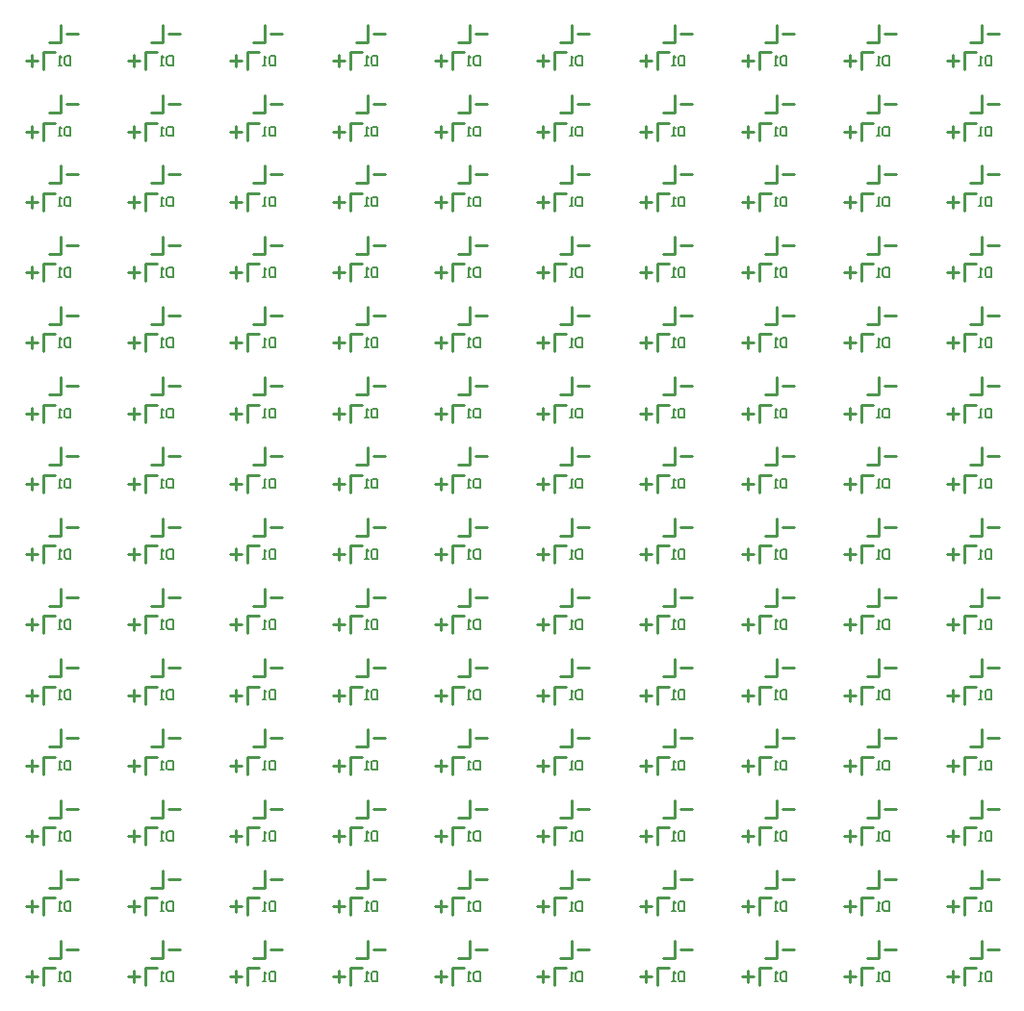
<source format=gbo>
%FSLAX25Y25*%
%MOIN*%
G70*
G01*
G75*
G04 Layer_Color=16776960*
%ADD10R,0.05118X0.12992*%
%ADD11R,0.01969X0.12992*%
%ADD12C,0.02000*%
%ADD13R,0.05000X0.15000*%
%ADD14O,0.03937X0.05906*%
%ADD15C,0.00600*%
%ADD16R,0.04717X0.12591*%
%ADD17R,0.01567X0.12591*%
%ADD18R,0.05518X0.13392*%
%ADD19R,0.02369X0.13392*%
%ADD20O,0.04337X0.06306*%
%ADD21C,0.01000*%
D15*
X25000Y10376D02*
Y7177D01*
X23401D01*
X22867Y7710D01*
Y9843D01*
X23401Y10376D01*
X25000D01*
X21801Y7177D02*
X20735D01*
X21268D01*
Y10376D01*
X21801Y9843D01*
X60433Y10376D02*
Y7177D01*
X58834D01*
X58300Y7710D01*
Y9843D01*
X58834Y10376D01*
X60433D01*
X57234Y7177D02*
X56168D01*
X56701D01*
Y10376D01*
X57234Y9843D01*
X95866Y10376D02*
Y7177D01*
X94267D01*
X93734Y7710D01*
Y9843D01*
X94267Y10376D01*
X95866D01*
X92667Y7177D02*
X91601D01*
X92134D01*
Y10376D01*
X92667Y9843D01*
X131299Y10376D02*
Y7177D01*
X129700D01*
X129167Y7710D01*
Y9843D01*
X129700Y10376D01*
X131299D01*
X128100Y7177D02*
X127034D01*
X127567D01*
Y10376D01*
X128100Y9843D01*
X166732Y10376D02*
Y7177D01*
X165133D01*
X164600Y7710D01*
Y9843D01*
X165133Y10376D01*
X166732D01*
X163533Y7177D02*
X162467D01*
X163000D01*
Y10376D01*
X163533Y9843D01*
X202165Y10376D02*
Y7177D01*
X200566D01*
X200033Y7710D01*
Y9843D01*
X200566Y10376D01*
X202165D01*
X198966Y7177D02*
X197900D01*
X198433D01*
Y10376D01*
X198966Y9843D01*
X237598Y10376D02*
Y7177D01*
X235999D01*
X235466Y7710D01*
Y9843D01*
X235999Y10376D01*
X237598D01*
X234399Y7177D02*
X233333D01*
X233866D01*
Y10376D01*
X234399Y9843D01*
X273031Y10376D02*
Y7177D01*
X271432D01*
X270899Y7710D01*
Y9843D01*
X271432Y10376D01*
X273031D01*
X269832Y7177D02*
X268766D01*
X269299D01*
Y10376D01*
X269832Y9843D01*
X308465Y10376D02*
Y7177D01*
X306865D01*
X306332Y7710D01*
Y9843D01*
X306865Y10376D01*
X308465D01*
X305266Y7177D02*
X304199D01*
X304732D01*
Y10376D01*
X305266Y9843D01*
X343898Y10376D02*
Y7177D01*
X342298D01*
X341765Y7710D01*
Y9843D01*
X342298Y10376D01*
X343898D01*
X340699Y7177D02*
X339632D01*
X340165D01*
Y10376D01*
X340699Y9843D01*
X25000Y34786D02*
Y31587D01*
X23401D01*
X22867Y32120D01*
Y34252D01*
X23401Y34786D01*
X25000D01*
X21801Y31587D02*
X20735D01*
X21268D01*
Y34786D01*
X21801Y34252D01*
X60433Y34786D02*
Y31587D01*
X58834D01*
X58300Y32120D01*
Y34252D01*
X58834Y34786D01*
X60433D01*
X57234Y31587D02*
X56168D01*
X56701D01*
Y34786D01*
X57234Y34252D01*
X95866Y34786D02*
Y31587D01*
X94267D01*
X93734Y32120D01*
Y34252D01*
X94267Y34786D01*
X95866D01*
X92667Y31587D02*
X91601D01*
X92134D01*
Y34786D01*
X92667Y34252D01*
X131299Y34786D02*
Y31587D01*
X129700D01*
X129167Y32120D01*
Y34252D01*
X129700Y34786D01*
X131299D01*
X128100Y31587D02*
X127034D01*
X127567D01*
Y34786D01*
X128100Y34252D01*
X166732Y34786D02*
Y31587D01*
X165133D01*
X164600Y32120D01*
Y34252D01*
X165133Y34786D01*
X166732D01*
X163533Y31587D02*
X162467D01*
X163000D01*
Y34786D01*
X163533Y34252D01*
X202165Y34786D02*
Y31587D01*
X200566D01*
X200033Y32120D01*
Y34252D01*
X200566Y34786D01*
X202165D01*
X198966Y31587D02*
X197900D01*
X198433D01*
Y34786D01*
X198966Y34252D01*
X237598Y34786D02*
Y31587D01*
X235999D01*
X235466Y32120D01*
Y34252D01*
X235999Y34786D01*
X237598D01*
X234399Y31587D02*
X233333D01*
X233866D01*
Y34786D01*
X234399Y34252D01*
X273031Y34786D02*
Y31587D01*
X271432D01*
X270899Y32120D01*
Y34252D01*
X271432Y34786D01*
X273031D01*
X269832Y31587D02*
X268766D01*
X269299D01*
Y34786D01*
X269832Y34252D01*
X308465Y34786D02*
Y31587D01*
X306865D01*
X306332Y32120D01*
Y34252D01*
X306865Y34786D01*
X308465D01*
X305266Y31587D02*
X304199D01*
X304732D01*
Y34786D01*
X305266Y34252D01*
X343898Y34786D02*
Y31587D01*
X342298D01*
X341765Y32120D01*
Y34252D01*
X342298Y34786D01*
X343898D01*
X340699Y31587D02*
X339632D01*
X340165D01*
Y34786D01*
X340699Y34252D01*
X25000Y59195D02*
Y55996D01*
X23401D01*
X22867Y56529D01*
Y58662D01*
X23401Y59195D01*
X25000D01*
X21801Y55996D02*
X20735D01*
X21268D01*
Y59195D01*
X21801Y58662D01*
X60433Y59195D02*
Y55996D01*
X58834D01*
X58300Y56529D01*
Y58662D01*
X58834Y59195D01*
X60433D01*
X57234Y55996D02*
X56168D01*
X56701D01*
Y59195D01*
X57234Y58662D01*
X95866Y59195D02*
Y55996D01*
X94267D01*
X93734Y56529D01*
Y58662D01*
X94267Y59195D01*
X95866D01*
X92667Y55996D02*
X91601D01*
X92134D01*
Y59195D01*
X92667Y58662D01*
X131299Y59195D02*
Y55996D01*
X129700D01*
X129167Y56529D01*
Y58662D01*
X129700Y59195D01*
X131299D01*
X128100Y55996D02*
X127034D01*
X127567D01*
Y59195D01*
X128100Y58662D01*
X166732Y59195D02*
Y55996D01*
X165133D01*
X164600Y56529D01*
Y58662D01*
X165133Y59195D01*
X166732D01*
X163533Y55996D02*
X162467D01*
X163000D01*
Y59195D01*
X163533Y58662D01*
X202165Y59195D02*
Y55996D01*
X200566D01*
X200033Y56529D01*
Y58662D01*
X200566Y59195D01*
X202165D01*
X198966Y55996D02*
X197900D01*
X198433D01*
Y59195D01*
X198966Y58662D01*
X237598Y59195D02*
Y55996D01*
X235999D01*
X235466Y56529D01*
Y58662D01*
X235999Y59195D01*
X237598D01*
X234399Y55996D02*
X233333D01*
X233866D01*
Y59195D01*
X234399Y58662D01*
X273031Y59195D02*
Y55996D01*
X271432D01*
X270899Y56529D01*
Y58662D01*
X271432Y59195D01*
X273031D01*
X269832Y55996D02*
X268766D01*
X269299D01*
Y59195D01*
X269832Y58662D01*
X308465Y59195D02*
Y55996D01*
X306865D01*
X306332Y56529D01*
Y58662D01*
X306865Y59195D01*
X308465D01*
X305266Y55996D02*
X304199D01*
X304732D01*
Y59195D01*
X305266Y58662D01*
X343898Y59195D02*
Y55996D01*
X342298D01*
X341765Y56529D01*
Y58662D01*
X342298Y59195D01*
X343898D01*
X340699Y55996D02*
X339632D01*
X340165D01*
Y59195D01*
X340699Y58662D01*
X25000Y83605D02*
Y80405D01*
X23401D01*
X22867Y80939D01*
Y83071D01*
X23401Y83605D01*
X25000D01*
X21801Y80405D02*
X20735D01*
X21268D01*
Y83605D01*
X21801Y83071D01*
X60433Y83605D02*
Y80405D01*
X58834D01*
X58300Y80939D01*
Y83071D01*
X58834Y83605D01*
X60433D01*
X57234Y80405D02*
X56168D01*
X56701D01*
Y83605D01*
X57234Y83071D01*
X95866Y83605D02*
Y80405D01*
X94267D01*
X93734Y80939D01*
Y83071D01*
X94267Y83605D01*
X95866D01*
X92667Y80405D02*
X91601D01*
X92134D01*
Y83605D01*
X92667Y83071D01*
X131299Y83605D02*
Y80405D01*
X129700D01*
X129167Y80939D01*
Y83071D01*
X129700Y83605D01*
X131299D01*
X128100Y80405D02*
X127034D01*
X127567D01*
Y83605D01*
X128100Y83071D01*
X166732Y83605D02*
Y80405D01*
X165133D01*
X164600Y80939D01*
Y83071D01*
X165133Y83605D01*
X166732D01*
X163533Y80405D02*
X162467D01*
X163000D01*
Y83605D01*
X163533Y83071D01*
X202165Y83605D02*
Y80405D01*
X200566D01*
X200033Y80939D01*
Y83071D01*
X200566Y83605D01*
X202165D01*
X198966Y80405D02*
X197900D01*
X198433D01*
Y83605D01*
X198966Y83071D01*
X237598Y83605D02*
Y80405D01*
X235999D01*
X235466Y80939D01*
Y83071D01*
X235999Y83605D01*
X237598D01*
X234399Y80405D02*
X233333D01*
X233866D01*
Y83605D01*
X234399Y83071D01*
X273031Y83605D02*
Y80405D01*
X271432D01*
X270899Y80939D01*
Y83071D01*
X271432Y83605D01*
X273031D01*
X269832Y80405D02*
X268766D01*
X269299D01*
Y83605D01*
X269832Y83071D01*
X308465Y83605D02*
Y80405D01*
X306865D01*
X306332Y80939D01*
Y83071D01*
X306865Y83605D01*
X308465D01*
X305266Y80405D02*
X304199D01*
X304732D01*
Y83605D01*
X305266Y83071D01*
X343898Y83605D02*
Y80405D01*
X342298D01*
X341765Y80939D01*
Y83071D01*
X342298Y83605D01*
X343898D01*
X340699Y80405D02*
X339632D01*
X340165D01*
Y83605D01*
X340699Y83071D01*
X25000Y108014D02*
Y104815D01*
X23401D01*
X22867Y105348D01*
Y107481D01*
X23401Y108014D01*
X25000D01*
X21801Y104815D02*
X20735D01*
X21268D01*
Y108014D01*
X21801Y107481D01*
X60433Y108014D02*
Y104815D01*
X58834D01*
X58300Y105348D01*
Y107481D01*
X58834Y108014D01*
X60433D01*
X57234Y104815D02*
X56168D01*
X56701D01*
Y108014D01*
X57234Y107481D01*
X95866Y108014D02*
Y104815D01*
X94267D01*
X93734Y105348D01*
Y107481D01*
X94267Y108014D01*
X95866D01*
X92667Y104815D02*
X91601D01*
X92134D01*
Y108014D01*
X92667Y107481D01*
X131299Y108014D02*
Y104815D01*
X129700D01*
X129167Y105348D01*
Y107481D01*
X129700Y108014D01*
X131299D01*
X128100Y104815D02*
X127034D01*
X127567D01*
Y108014D01*
X128100Y107481D01*
X166732Y108014D02*
Y104815D01*
X165133D01*
X164600Y105348D01*
Y107481D01*
X165133Y108014D01*
X166732D01*
X163533Y104815D02*
X162467D01*
X163000D01*
Y108014D01*
X163533Y107481D01*
X202165Y108014D02*
Y104815D01*
X200566D01*
X200033Y105348D01*
Y107481D01*
X200566Y108014D01*
X202165D01*
X198966Y104815D02*
X197900D01*
X198433D01*
Y108014D01*
X198966Y107481D01*
X237598Y108014D02*
Y104815D01*
X235999D01*
X235466Y105348D01*
Y107481D01*
X235999Y108014D01*
X237598D01*
X234399Y104815D02*
X233333D01*
X233866D01*
Y108014D01*
X234399Y107481D01*
X273031Y108014D02*
Y104815D01*
X271432D01*
X270899Y105348D01*
Y107481D01*
X271432Y108014D01*
X273031D01*
X269832Y104815D02*
X268766D01*
X269299D01*
Y108014D01*
X269832Y107481D01*
X308465Y108014D02*
Y104815D01*
X306865D01*
X306332Y105348D01*
Y107481D01*
X306865Y108014D01*
X308465D01*
X305266Y104815D02*
X304199D01*
X304732D01*
Y108014D01*
X305266Y107481D01*
X343898Y108014D02*
Y104815D01*
X342298D01*
X341765Y105348D01*
Y107481D01*
X342298Y108014D01*
X343898D01*
X340699Y104815D02*
X339632D01*
X340165D01*
Y108014D01*
X340699Y107481D01*
X25000Y132423D02*
Y129224D01*
X23401D01*
X22867Y129758D01*
Y131890D01*
X23401Y132423D01*
X25000D01*
X21801Y129224D02*
X20735D01*
X21268D01*
Y132423D01*
X21801Y131890D01*
X60433Y132423D02*
Y129224D01*
X58834D01*
X58300Y129758D01*
Y131890D01*
X58834Y132423D01*
X60433D01*
X57234Y129224D02*
X56168D01*
X56701D01*
Y132423D01*
X57234Y131890D01*
X95866Y132423D02*
Y129224D01*
X94267D01*
X93734Y129758D01*
Y131890D01*
X94267Y132423D01*
X95866D01*
X92667Y129224D02*
X91601D01*
X92134D01*
Y132423D01*
X92667Y131890D01*
X131299Y132423D02*
Y129224D01*
X129700D01*
X129167Y129758D01*
Y131890D01*
X129700Y132423D01*
X131299D01*
X128100Y129224D02*
X127034D01*
X127567D01*
Y132423D01*
X128100Y131890D01*
X166732Y132423D02*
Y129224D01*
X165133D01*
X164600Y129758D01*
Y131890D01*
X165133Y132423D01*
X166732D01*
X163533Y129224D02*
X162467D01*
X163000D01*
Y132423D01*
X163533Y131890D01*
X202165Y132423D02*
Y129224D01*
X200566D01*
X200033Y129758D01*
Y131890D01*
X200566Y132423D01*
X202165D01*
X198966Y129224D02*
X197900D01*
X198433D01*
Y132423D01*
X198966Y131890D01*
X237598Y132423D02*
Y129224D01*
X235999D01*
X235466Y129758D01*
Y131890D01*
X235999Y132423D01*
X237598D01*
X234399Y129224D02*
X233333D01*
X233866D01*
Y132423D01*
X234399Y131890D01*
X273031Y132423D02*
Y129224D01*
X271432D01*
X270899Y129758D01*
Y131890D01*
X271432Y132423D01*
X273031D01*
X269832Y129224D02*
X268766D01*
X269299D01*
Y132423D01*
X269832Y131890D01*
X308465Y132423D02*
Y129224D01*
X306865D01*
X306332Y129758D01*
Y131890D01*
X306865Y132423D01*
X308465D01*
X305266Y129224D02*
X304199D01*
X304732D01*
Y132423D01*
X305266Y131890D01*
X343898Y132423D02*
Y129224D01*
X342298D01*
X341765Y129758D01*
Y131890D01*
X342298Y132423D01*
X343898D01*
X340699Y129224D02*
X339632D01*
X340165D01*
Y132423D01*
X340699Y131890D01*
X25000Y156833D02*
Y153634D01*
X23401D01*
X22867Y154167D01*
Y156300D01*
X23401Y156833D01*
X25000D01*
X21801Y153634D02*
X20735D01*
X21268D01*
Y156833D01*
X21801Y156300D01*
X60433Y156833D02*
Y153634D01*
X58834D01*
X58300Y154167D01*
Y156300D01*
X58834Y156833D01*
X60433D01*
X57234Y153634D02*
X56168D01*
X56701D01*
Y156833D01*
X57234Y156300D01*
X95866Y156833D02*
Y153634D01*
X94267D01*
X93734Y154167D01*
Y156300D01*
X94267Y156833D01*
X95866D01*
X92667Y153634D02*
X91601D01*
X92134D01*
Y156833D01*
X92667Y156300D01*
X131299Y156833D02*
Y153634D01*
X129700D01*
X129167Y154167D01*
Y156300D01*
X129700Y156833D01*
X131299D01*
X128100Y153634D02*
X127034D01*
X127567D01*
Y156833D01*
X128100Y156300D01*
X166732Y156833D02*
Y153634D01*
X165133D01*
X164600Y154167D01*
Y156300D01*
X165133Y156833D01*
X166732D01*
X163533Y153634D02*
X162467D01*
X163000D01*
Y156833D01*
X163533Y156300D01*
X202165Y156833D02*
Y153634D01*
X200566D01*
X200033Y154167D01*
Y156300D01*
X200566Y156833D01*
X202165D01*
X198966Y153634D02*
X197900D01*
X198433D01*
Y156833D01*
X198966Y156300D01*
X237598Y156833D02*
Y153634D01*
X235999D01*
X235466Y154167D01*
Y156300D01*
X235999Y156833D01*
X237598D01*
X234399Y153634D02*
X233333D01*
X233866D01*
Y156833D01*
X234399Y156300D01*
X273031Y156833D02*
Y153634D01*
X271432D01*
X270899Y154167D01*
Y156300D01*
X271432Y156833D01*
X273031D01*
X269832Y153634D02*
X268766D01*
X269299D01*
Y156833D01*
X269832Y156300D01*
X308465Y156833D02*
Y153634D01*
X306865D01*
X306332Y154167D01*
Y156300D01*
X306865Y156833D01*
X308465D01*
X305266Y153634D02*
X304199D01*
X304732D01*
Y156833D01*
X305266Y156300D01*
X343898Y156833D02*
Y153634D01*
X342298D01*
X341765Y154167D01*
Y156300D01*
X342298Y156833D01*
X343898D01*
X340699Y153634D02*
X339632D01*
X340165D01*
Y156833D01*
X340699Y156300D01*
X25000Y181242D02*
Y178043D01*
X23401D01*
X22867Y178577D01*
Y180709D01*
X23401Y181242D01*
X25000D01*
X21801Y178043D02*
X20735D01*
X21268D01*
Y181242D01*
X21801Y180709D01*
X60433Y181242D02*
Y178043D01*
X58834D01*
X58300Y178577D01*
Y180709D01*
X58834Y181242D01*
X60433D01*
X57234Y178043D02*
X56168D01*
X56701D01*
Y181242D01*
X57234Y180709D01*
X95866Y181242D02*
Y178043D01*
X94267D01*
X93734Y178577D01*
Y180709D01*
X94267Y181242D01*
X95866D01*
X92667Y178043D02*
X91601D01*
X92134D01*
Y181242D01*
X92667Y180709D01*
X131299Y181242D02*
Y178043D01*
X129700D01*
X129167Y178577D01*
Y180709D01*
X129700Y181242D01*
X131299D01*
X128100Y178043D02*
X127034D01*
X127567D01*
Y181242D01*
X128100Y180709D01*
X166732Y181242D02*
Y178043D01*
X165133D01*
X164600Y178577D01*
Y180709D01*
X165133Y181242D01*
X166732D01*
X163533Y178043D02*
X162467D01*
X163000D01*
Y181242D01*
X163533Y180709D01*
X202165Y181242D02*
Y178043D01*
X200566D01*
X200033Y178577D01*
Y180709D01*
X200566Y181242D01*
X202165D01*
X198966Y178043D02*
X197900D01*
X198433D01*
Y181242D01*
X198966Y180709D01*
X237598Y181242D02*
Y178043D01*
X235999D01*
X235466Y178577D01*
Y180709D01*
X235999Y181242D01*
X237598D01*
X234399Y178043D02*
X233333D01*
X233866D01*
Y181242D01*
X234399Y180709D01*
X273031Y181242D02*
Y178043D01*
X271432D01*
X270899Y178577D01*
Y180709D01*
X271432Y181242D01*
X273031D01*
X269832Y178043D02*
X268766D01*
X269299D01*
Y181242D01*
X269832Y180709D01*
X308465Y181242D02*
Y178043D01*
X306865D01*
X306332Y178577D01*
Y180709D01*
X306865Y181242D01*
X308465D01*
X305266Y178043D02*
X304199D01*
X304732D01*
Y181242D01*
X305266Y180709D01*
X343898Y181242D02*
Y178043D01*
X342298D01*
X341765Y178577D01*
Y180709D01*
X342298Y181242D01*
X343898D01*
X340699Y178043D02*
X339632D01*
X340165D01*
Y181242D01*
X340699Y180709D01*
X25000Y205652D02*
Y202453D01*
X23401D01*
X22867Y202986D01*
Y205119D01*
X23401Y205652D01*
X25000D01*
X21801Y202453D02*
X20735D01*
X21268D01*
Y205652D01*
X21801Y205119D01*
X60433Y205652D02*
Y202453D01*
X58834D01*
X58300Y202986D01*
Y205119D01*
X58834Y205652D01*
X60433D01*
X57234Y202453D02*
X56168D01*
X56701D01*
Y205652D01*
X57234Y205119D01*
X95866Y205652D02*
Y202453D01*
X94267D01*
X93734Y202986D01*
Y205119D01*
X94267Y205652D01*
X95866D01*
X92667Y202453D02*
X91601D01*
X92134D01*
Y205652D01*
X92667Y205119D01*
X131299Y205652D02*
Y202453D01*
X129700D01*
X129167Y202986D01*
Y205119D01*
X129700Y205652D01*
X131299D01*
X128100Y202453D02*
X127034D01*
X127567D01*
Y205652D01*
X128100Y205119D01*
X166732Y205652D02*
Y202453D01*
X165133D01*
X164600Y202986D01*
Y205119D01*
X165133Y205652D01*
X166732D01*
X163533Y202453D02*
X162467D01*
X163000D01*
Y205652D01*
X163533Y205119D01*
X202165Y205652D02*
Y202453D01*
X200566D01*
X200033Y202986D01*
Y205119D01*
X200566Y205652D01*
X202165D01*
X198966Y202453D02*
X197900D01*
X198433D01*
Y205652D01*
X198966Y205119D01*
X237598Y205652D02*
Y202453D01*
X235999D01*
X235466Y202986D01*
Y205119D01*
X235999Y205652D01*
X237598D01*
X234399Y202453D02*
X233333D01*
X233866D01*
Y205652D01*
X234399Y205119D01*
X273031Y205652D02*
Y202453D01*
X271432D01*
X270899Y202986D01*
Y205119D01*
X271432Y205652D01*
X273031D01*
X269832Y202453D02*
X268766D01*
X269299D01*
Y205652D01*
X269832Y205119D01*
X308465Y205652D02*
Y202453D01*
X306865D01*
X306332Y202986D01*
Y205119D01*
X306865Y205652D01*
X308465D01*
X305266Y202453D02*
X304199D01*
X304732D01*
Y205652D01*
X305266Y205119D01*
X343898Y205652D02*
Y202453D01*
X342298D01*
X341765Y202986D01*
Y205119D01*
X342298Y205652D01*
X343898D01*
X340699Y202453D02*
X339632D01*
X340165D01*
Y205652D01*
X340699Y205119D01*
X25000Y230061D02*
Y226862D01*
X23401D01*
X22867Y227395D01*
Y229528D01*
X23401Y230061D01*
X25000D01*
X21801Y226862D02*
X20735D01*
X21268D01*
Y230061D01*
X21801Y229528D01*
X60433Y230061D02*
Y226862D01*
X58834D01*
X58300Y227395D01*
Y229528D01*
X58834Y230061D01*
X60433D01*
X57234Y226862D02*
X56168D01*
X56701D01*
Y230061D01*
X57234Y229528D01*
X95866Y230061D02*
Y226862D01*
X94267D01*
X93734Y227395D01*
Y229528D01*
X94267Y230061D01*
X95866D01*
X92667Y226862D02*
X91601D01*
X92134D01*
Y230061D01*
X92667Y229528D01*
X131299Y230061D02*
Y226862D01*
X129700D01*
X129167Y227395D01*
Y229528D01*
X129700Y230061D01*
X131299D01*
X128100Y226862D02*
X127034D01*
X127567D01*
Y230061D01*
X128100Y229528D01*
X166732Y230061D02*
Y226862D01*
X165133D01*
X164600Y227395D01*
Y229528D01*
X165133Y230061D01*
X166732D01*
X163533Y226862D02*
X162467D01*
X163000D01*
Y230061D01*
X163533Y229528D01*
X202165Y230061D02*
Y226862D01*
X200566D01*
X200033Y227395D01*
Y229528D01*
X200566Y230061D01*
X202165D01*
X198966Y226862D02*
X197900D01*
X198433D01*
Y230061D01*
X198966Y229528D01*
X237598Y230061D02*
Y226862D01*
X235999D01*
X235466Y227395D01*
Y229528D01*
X235999Y230061D01*
X237598D01*
X234399Y226862D02*
X233333D01*
X233866D01*
Y230061D01*
X234399Y229528D01*
X273031Y230061D02*
Y226862D01*
X271432D01*
X270899Y227395D01*
Y229528D01*
X271432Y230061D01*
X273031D01*
X269832Y226862D02*
X268766D01*
X269299D01*
Y230061D01*
X269832Y229528D01*
X308465Y230061D02*
Y226862D01*
X306865D01*
X306332Y227395D01*
Y229528D01*
X306865Y230061D01*
X308465D01*
X305266Y226862D02*
X304199D01*
X304732D01*
Y230061D01*
X305266Y229528D01*
X343898Y230061D02*
Y226862D01*
X342298D01*
X341765Y227395D01*
Y229528D01*
X342298Y230061D01*
X343898D01*
X340699Y226862D02*
X339632D01*
X340165D01*
Y230061D01*
X340699Y229528D01*
X25000Y254471D02*
Y251272D01*
X23401D01*
X22867Y251805D01*
Y253937D01*
X23401Y254471D01*
X25000D01*
X21801Y251272D02*
X20735D01*
X21268D01*
Y254471D01*
X21801Y253937D01*
X60433Y254471D02*
Y251272D01*
X58834D01*
X58300Y251805D01*
Y253937D01*
X58834Y254471D01*
X60433D01*
X57234Y251272D02*
X56168D01*
X56701D01*
Y254471D01*
X57234Y253937D01*
X95866Y254471D02*
Y251272D01*
X94267D01*
X93734Y251805D01*
Y253937D01*
X94267Y254471D01*
X95866D01*
X92667Y251272D02*
X91601D01*
X92134D01*
Y254471D01*
X92667Y253937D01*
X131299Y254471D02*
Y251272D01*
X129700D01*
X129167Y251805D01*
Y253937D01*
X129700Y254471D01*
X131299D01*
X128100Y251272D02*
X127034D01*
X127567D01*
Y254471D01*
X128100Y253937D01*
X166732Y254471D02*
Y251272D01*
X165133D01*
X164600Y251805D01*
Y253937D01*
X165133Y254471D01*
X166732D01*
X163533Y251272D02*
X162467D01*
X163000D01*
Y254471D01*
X163533Y253937D01*
X202165Y254471D02*
Y251272D01*
X200566D01*
X200033Y251805D01*
Y253937D01*
X200566Y254471D01*
X202165D01*
X198966Y251272D02*
X197900D01*
X198433D01*
Y254471D01*
X198966Y253937D01*
X237598Y254471D02*
Y251272D01*
X235999D01*
X235466Y251805D01*
Y253937D01*
X235999Y254471D01*
X237598D01*
X234399Y251272D02*
X233333D01*
X233866D01*
Y254471D01*
X234399Y253937D01*
X273031Y254471D02*
Y251272D01*
X271432D01*
X270899Y251805D01*
Y253937D01*
X271432Y254471D01*
X273031D01*
X269832Y251272D02*
X268766D01*
X269299D01*
Y254471D01*
X269832Y253937D01*
X308465Y254471D02*
Y251272D01*
X306865D01*
X306332Y251805D01*
Y253937D01*
X306865Y254471D01*
X308465D01*
X305266Y251272D02*
X304199D01*
X304732D01*
Y254471D01*
X305266Y253937D01*
X343898Y254471D02*
Y251272D01*
X342298D01*
X341765Y251805D01*
Y253937D01*
X342298Y254471D01*
X343898D01*
X340699Y251272D02*
X339632D01*
X340165D01*
Y254471D01*
X340699Y253937D01*
X25000Y278880D02*
Y275681D01*
X23401D01*
X22867Y276214D01*
Y278347D01*
X23401Y278880D01*
X25000D01*
X21801Y275681D02*
X20735D01*
X21268D01*
Y278880D01*
X21801Y278347D01*
X60433Y278880D02*
Y275681D01*
X58834D01*
X58300Y276214D01*
Y278347D01*
X58834Y278880D01*
X60433D01*
X57234Y275681D02*
X56168D01*
X56701D01*
Y278880D01*
X57234Y278347D01*
X95866Y278880D02*
Y275681D01*
X94267D01*
X93734Y276214D01*
Y278347D01*
X94267Y278880D01*
X95866D01*
X92667Y275681D02*
X91601D01*
X92134D01*
Y278880D01*
X92667Y278347D01*
X131299Y278880D02*
Y275681D01*
X129700D01*
X129167Y276214D01*
Y278347D01*
X129700Y278880D01*
X131299D01*
X128100Y275681D02*
X127034D01*
X127567D01*
Y278880D01*
X128100Y278347D01*
X166732Y278880D02*
Y275681D01*
X165133D01*
X164600Y276214D01*
Y278347D01*
X165133Y278880D01*
X166732D01*
X163533Y275681D02*
X162467D01*
X163000D01*
Y278880D01*
X163533Y278347D01*
X202165Y278880D02*
Y275681D01*
X200566D01*
X200033Y276214D01*
Y278347D01*
X200566Y278880D01*
X202165D01*
X198966Y275681D02*
X197900D01*
X198433D01*
Y278880D01*
X198966Y278347D01*
X237598Y278880D02*
Y275681D01*
X235999D01*
X235466Y276214D01*
Y278347D01*
X235999Y278880D01*
X237598D01*
X234399Y275681D02*
X233333D01*
X233866D01*
Y278880D01*
X234399Y278347D01*
X273031Y278880D02*
Y275681D01*
X271432D01*
X270899Y276214D01*
Y278347D01*
X271432Y278880D01*
X273031D01*
X269832Y275681D02*
X268766D01*
X269299D01*
Y278880D01*
X269832Y278347D01*
X308465Y278880D02*
Y275681D01*
X306865D01*
X306332Y276214D01*
Y278347D01*
X306865Y278880D01*
X308465D01*
X305266Y275681D02*
X304199D01*
X304732D01*
Y278880D01*
X305266Y278347D01*
X343898Y278880D02*
Y275681D01*
X342298D01*
X341765Y276214D01*
Y278347D01*
X342298Y278880D01*
X343898D01*
X340699Y275681D02*
X339632D01*
X340165D01*
Y278880D01*
X340699Y278347D01*
X25000Y303290D02*
Y300091D01*
X23401D01*
X22867Y300624D01*
Y302756D01*
X23401Y303290D01*
X25000D01*
X21801Y300091D02*
X20735D01*
X21268D01*
Y303290D01*
X21801Y302756D01*
X60433Y303290D02*
Y300091D01*
X58834D01*
X58300Y300624D01*
Y302756D01*
X58834Y303290D01*
X60433D01*
X57234Y300091D02*
X56168D01*
X56701D01*
Y303290D01*
X57234Y302756D01*
X95866Y303290D02*
Y300091D01*
X94267D01*
X93734Y300624D01*
Y302756D01*
X94267Y303290D01*
X95866D01*
X92667Y300091D02*
X91601D01*
X92134D01*
Y303290D01*
X92667Y302756D01*
X131299Y303290D02*
Y300091D01*
X129700D01*
X129167Y300624D01*
Y302756D01*
X129700Y303290D01*
X131299D01*
X128100Y300091D02*
X127034D01*
X127567D01*
Y303290D01*
X128100Y302756D01*
X166732Y303290D02*
Y300091D01*
X165133D01*
X164600Y300624D01*
Y302756D01*
X165133Y303290D01*
X166732D01*
X163533Y300091D02*
X162467D01*
X163000D01*
Y303290D01*
X163533Y302756D01*
X202165Y303290D02*
Y300091D01*
X200566D01*
X200033Y300624D01*
Y302756D01*
X200566Y303290D01*
X202165D01*
X198966Y300091D02*
X197900D01*
X198433D01*
Y303290D01*
X198966Y302756D01*
X237598Y303290D02*
Y300091D01*
X235999D01*
X235466Y300624D01*
Y302756D01*
X235999Y303290D01*
X237598D01*
X234399Y300091D02*
X233333D01*
X233866D01*
Y303290D01*
X234399Y302756D01*
X273031Y303290D02*
Y300091D01*
X271432D01*
X270899Y300624D01*
Y302756D01*
X271432Y303290D01*
X273031D01*
X269832Y300091D02*
X268766D01*
X269299D01*
Y303290D01*
X269832Y302756D01*
X308465Y303290D02*
Y300091D01*
X306865D01*
X306332Y300624D01*
Y302756D01*
X306865Y303290D01*
X308465D01*
X305266Y300091D02*
X304199D01*
X304732D01*
Y303290D01*
X305266Y302756D01*
X343898Y303290D02*
Y300091D01*
X342298D01*
X341765Y300624D01*
Y302756D01*
X342298Y303290D01*
X343898D01*
X340699Y300091D02*
X339632D01*
X340165D01*
Y303290D01*
X340699Y302756D01*
X25000Y327699D02*
Y324500D01*
X23401D01*
X22867Y325033D01*
Y327166D01*
X23401Y327699D01*
X25000D01*
X21801Y324500D02*
X20735D01*
X21268D01*
Y327699D01*
X21801Y327166D01*
X60433Y327699D02*
Y324500D01*
X58834D01*
X58300Y325033D01*
Y327166D01*
X58834Y327699D01*
X60433D01*
X57234Y324500D02*
X56168D01*
X56701D01*
Y327699D01*
X57234Y327166D01*
X95866Y327699D02*
Y324500D01*
X94267D01*
X93734Y325033D01*
Y327166D01*
X94267Y327699D01*
X95866D01*
X92667Y324500D02*
X91601D01*
X92134D01*
Y327699D01*
X92667Y327166D01*
X131299Y327699D02*
Y324500D01*
X129700D01*
X129167Y325033D01*
Y327166D01*
X129700Y327699D01*
X131299D01*
X128100Y324500D02*
X127034D01*
X127567D01*
Y327699D01*
X128100Y327166D01*
X166732Y327699D02*
Y324500D01*
X165133D01*
X164600Y325033D01*
Y327166D01*
X165133Y327699D01*
X166732D01*
X163533Y324500D02*
X162467D01*
X163000D01*
Y327699D01*
X163533Y327166D01*
X202165Y327699D02*
Y324500D01*
X200566D01*
X200033Y325033D01*
Y327166D01*
X200566Y327699D01*
X202165D01*
X198966Y324500D02*
X197900D01*
X198433D01*
Y327699D01*
X198966Y327166D01*
X237598Y327699D02*
Y324500D01*
X235999D01*
X235466Y325033D01*
Y327166D01*
X235999Y327699D01*
X237598D01*
X234399Y324500D02*
X233333D01*
X233866D01*
Y327699D01*
X234399Y327166D01*
X273031Y327699D02*
Y324500D01*
X271432D01*
X270899Y325033D01*
Y327166D01*
X271432Y327699D01*
X273031D01*
X269832Y324500D02*
X268766D01*
X269299D01*
Y327699D01*
X269832Y327166D01*
X308465Y327699D02*
Y324500D01*
X306865D01*
X306332Y325033D01*
Y327166D01*
X306865Y327699D01*
X308465D01*
X305266Y324500D02*
X304199D01*
X304732D01*
Y327699D01*
X305266Y327166D01*
X343898Y327699D02*
Y324500D01*
X342298D01*
X341765Y325033D01*
Y327166D01*
X342298Y327699D01*
X343898D01*
X340699Y324500D02*
X339632D01*
X340165D01*
Y327699D01*
X340699Y327166D01*
D21*
X9500Y8678D02*
X13499D01*
X11499Y6679D02*
Y10678D01*
X15498Y5679D02*
Y11677D01*
X19497D01*
X27500Y18176D02*
X23501D01*
X21502Y21175D02*
Y15177D01*
X17503D01*
X44933Y8678D02*
X48932D01*
X46932Y6679D02*
Y10678D01*
X50931Y5679D02*
Y11677D01*
X54930D01*
X62933Y18176D02*
X58934D01*
X56935Y21175D02*
Y15177D01*
X52936D01*
X80366Y8678D02*
X84365D01*
X82366Y6679D02*
Y10678D01*
X86364Y5679D02*
Y11677D01*
X90363D01*
X98366Y18176D02*
X94367D01*
X92368Y21175D02*
Y15177D01*
X88369D01*
X115799Y8678D02*
X119798D01*
X117799Y6679D02*
Y10678D01*
X121797Y5679D02*
Y11677D01*
X125796D01*
X133799Y18176D02*
X129800D01*
X127801Y21175D02*
Y15177D01*
X123802D01*
X151232Y8678D02*
X155231D01*
X153232Y6679D02*
Y10678D01*
X157230Y5679D02*
Y11677D01*
X161229D01*
X169232Y18176D02*
X165234D01*
X163234Y21175D02*
Y15177D01*
X159236D01*
X186665Y8678D02*
X190664D01*
X188665Y6679D02*
Y10678D01*
X192663Y5679D02*
Y11677D01*
X196662D01*
X204665Y18176D02*
X200667D01*
X198667Y21175D02*
Y15177D01*
X194669D01*
X222098Y8678D02*
X226097D01*
X224098Y6679D02*
Y10678D01*
X228097Y5679D02*
Y11677D01*
X232095D01*
X240098Y18176D02*
X236100D01*
X234100Y21175D02*
Y15177D01*
X230102D01*
X257531Y8678D02*
X261530D01*
X259531Y6679D02*
Y10678D01*
X263530Y5679D02*
Y11677D01*
X267528D01*
X275532Y18176D02*
X271533D01*
X269533Y21175D02*
Y15177D01*
X265535D01*
X292965Y8678D02*
X296963D01*
X294964Y6679D02*
Y10678D01*
X298963Y5679D02*
Y11677D01*
X302961D01*
X310965Y18176D02*
X306966D01*
X304966Y21175D02*
Y15177D01*
X300968D01*
X328398Y8678D02*
X332396D01*
X330397Y6679D02*
Y10678D01*
X334396Y5679D02*
Y11677D01*
X338394D01*
X346398Y18176D02*
X342399D01*
X340400Y21175D02*
Y15177D01*
X336401D01*
X9500Y33088D02*
X13499D01*
X11499Y31088D02*
Y35087D01*
X15498Y30088D02*
Y36087D01*
X19497D01*
X27500Y42586D02*
X23501D01*
X21502Y45585D02*
Y39587D01*
X17503D01*
X44933Y33088D02*
X48932D01*
X46932Y31088D02*
Y35087D01*
X50931Y30088D02*
Y36087D01*
X54930D01*
X62933Y42586D02*
X58934D01*
X56935Y45585D02*
Y39587D01*
X52936D01*
X80366Y33088D02*
X84365D01*
X82366Y31088D02*
Y35087D01*
X86364Y30088D02*
Y36087D01*
X90363D01*
X98366Y42586D02*
X94367D01*
X92368Y45585D02*
Y39587D01*
X88369D01*
X115799Y33088D02*
X119798D01*
X117799Y31088D02*
Y35087D01*
X121797Y30088D02*
Y36087D01*
X125796D01*
X133799Y42586D02*
X129800D01*
X127801Y45585D02*
Y39587D01*
X123802D01*
X151232Y33088D02*
X155231D01*
X153232Y31088D02*
Y35087D01*
X157230Y30088D02*
Y36087D01*
X161229D01*
X169232Y42586D02*
X165234D01*
X163234Y45585D02*
Y39587D01*
X159236D01*
X186665Y33088D02*
X190664D01*
X188665Y31088D02*
Y35087D01*
X192663Y30088D02*
Y36087D01*
X196662D01*
X204665Y42586D02*
X200667D01*
X198667Y45585D02*
Y39587D01*
X194669D01*
X222098Y33088D02*
X226097D01*
X224098Y31088D02*
Y35087D01*
X228097Y30088D02*
Y36087D01*
X232095D01*
X240098Y42586D02*
X236100D01*
X234100Y45585D02*
Y39587D01*
X230102D01*
X257531Y33088D02*
X261530D01*
X259531Y31088D02*
Y35087D01*
X263530Y30088D02*
Y36087D01*
X267528D01*
X275532Y42586D02*
X271533D01*
X269533Y45585D02*
Y39587D01*
X265535D01*
X292965Y33088D02*
X296963D01*
X294964Y31088D02*
Y35087D01*
X298963Y30088D02*
Y36087D01*
X302961D01*
X310965Y42586D02*
X306966D01*
X304966Y45585D02*
Y39587D01*
X300968D01*
X328398Y33088D02*
X332396D01*
X330397Y31088D02*
Y35087D01*
X334396Y30088D02*
Y36087D01*
X338394D01*
X346398Y42586D02*
X342399D01*
X340400Y45585D02*
Y39587D01*
X336401D01*
X9500Y57497D02*
X13499D01*
X11499Y55498D02*
Y59496D01*
X15498Y54498D02*
Y60496D01*
X19497D01*
X27500Y66995D02*
X23501D01*
X21502Y69994D02*
Y63996D01*
X17503D01*
X44933Y57497D02*
X48932D01*
X46932Y55498D02*
Y59496D01*
X50931Y54498D02*
Y60496D01*
X54930D01*
X62933Y66995D02*
X58934D01*
X56935Y69994D02*
Y63996D01*
X52936D01*
X80366Y57497D02*
X84365D01*
X82366Y55498D02*
Y59496D01*
X86364Y54498D02*
Y60496D01*
X90363D01*
X98366Y66995D02*
X94367D01*
X92368Y69994D02*
Y63996D01*
X88369D01*
X115799Y57497D02*
X119798D01*
X117799Y55498D02*
Y59496D01*
X121797Y54498D02*
Y60496D01*
X125796D01*
X133799Y66995D02*
X129800D01*
X127801Y69994D02*
Y63996D01*
X123802D01*
X151232Y57497D02*
X155231D01*
X153232Y55498D02*
Y59496D01*
X157230Y54498D02*
Y60496D01*
X161229D01*
X169232Y66995D02*
X165234D01*
X163234Y69994D02*
Y63996D01*
X159236D01*
X186665Y57497D02*
X190664D01*
X188665Y55498D02*
Y59496D01*
X192663Y54498D02*
Y60496D01*
X196662D01*
X204665Y66995D02*
X200667D01*
X198667Y69994D02*
Y63996D01*
X194669D01*
X222098Y57497D02*
X226097D01*
X224098Y55498D02*
Y59496D01*
X228097Y54498D02*
Y60496D01*
X232095D01*
X240098Y66995D02*
X236100D01*
X234100Y69994D02*
Y63996D01*
X230102D01*
X257531Y57497D02*
X261530D01*
X259531Y55498D02*
Y59496D01*
X263530Y54498D02*
Y60496D01*
X267528D01*
X275532Y66995D02*
X271533D01*
X269533Y69994D02*
Y63996D01*
X265535D01*
X292965Y57497D02*
X296963D01*
X294964Y55498D02*
Y59496D01*
X298963Y54498D02*
Y60496D01*
X302961D01*
X310965Y66995D02*
X306966D01*
X304966Y69994D02*
Y63996D01*
X300968D01*
X328398Y57497D02*
X332396D01*
X330397Y55498D02*
Y59496D01*
X334396Y54498D02*
Y60496D01*
X338394D01*
X346398Y66995D02*
X342399D01*
X340400Y69994D02*
Y63996D01*
X336401D01*
X9500Y81906D02*
X13499D01*
X11499Y79907D02*
Y83906D01*
X15498Y78907D02*
Y84905D01*
X19497D01*
X27500Y91404D02*
X23501D01*
X21502Y94404D02*
Y88406D01*
X17503D01*
X44933Y81906D02*
X48932D01*
X46932Y79907D02*
Y83906D01*
X50931Y78907D02*
Y84905D01*
X54930D01*
X62933Y91404D02*
X58934D01*
X56935Y94404D02*
Y88406D01*
X52936D01*
X80366Y81906D02*
X84365D01*
X82366Y79907D02*
Y83906D01*
X86364Y78907D02*
Y84905D01*
X90363D01*
X98366Y91404D02*
X94367D01*
X92368Y94404D02*
Y88406D01*
X88369D01*
X115799Y81906D02*
X119798D01*
X117799Y79907D02*
Y83906D01*
X121797Y78907D02*
Y84905D01*
X125796D01*
X133799Y91404D02*
X129800D01*
X127801Y94404D02*
Y88406D01*
X123802D01*
X151232Y81906D02*
X155231D01*
X153232Y79907D02*
Y83906D01*
X157230Y78907D02*
Y84905D01*
X161229D01*
X169232Y91404D02*
X165234D01*
X163234Y94404D02*
Y88406D01*
X159236D01*
X186665Y81906D02*
X190664D01*
X188665Y79907D02*
Y83906D01*
X192663Y78907D02*
Y84905D01*
X196662D01*
X204665Y91404D02*
X200667D01*
X198667Y94404D02*
Y88406D01*
X194669D01*
X222098Y81906D02*
X226097D01*
X224098Y79907D02*
Y83906D01*
X228097Y78907D02*
Y84905D01*
X232095D01*
X240098Y91404D02*
X236100D01*
X234100Y94404D02*
Y88406D01*
X230102D01*
X257531Y81906D02*
X261530D01*
X259531Y79907D02*
Y83906D01*
X263530Y78907D02*
Y84905D01*
X267528D01*
X275532Y91404D02*
X271533D01*
X269533Y94404D02*
Y88406D01*
X265535D01*
X292965Y81906D02*
X296963D01*
X294964Y79907D02*
Y83906D01*
X298963Y78907D02*
Y84905D01*
X302961D01*
X310965Y91404D02*
X306966D01*
X304966Y94404D02*
Y88406D01*
X300968D01*
X328398Y81906D02*
X332396D01*
X330397Y79907D02*
Y83906D01*
X334396Y78907D02*
Y84905D01*
X338394D01*
X346398Y91404D02*
X342399D01*
X340400Y94404D02*
Y88406D01*
X336401D01*
X9500Y106316D02*
X13499D01*
X11499Y104317D02*
Y108315D01*
X15498Y103317D02*
Y109315D01*
X19497D01*
X27500Y115814D02*
X23501D01*
X21502Y118813D02*
Y112815D01*
X17503D01*
X44933Y106316D02*
X48932D01*
X46932Y104317D02*
Y108315D01*
X50931Y103317D02*
Y109315D01*
X54930D01*
X62933Y115814D02*
X58934D01*
X56935Y118813D02*
Y112815D01*
X52936D01*
X80366Y106316D02*
X84365D01*
X82366Y104317D02*
Y108315D01*
X86364Y103317D02*
Y109315D01*
X90363D01*
X98366Y115814D02*
X94367D01*
X92368Y118813D02*
Y112815D01*
X88369D01*
X115799Y106316D02*
X119798D01*
X117799Y104317D02*
Y108315D01*
X121797Y103317D02*
Y109315D01*
X125796D01*
X133799Y115814D02*
X129800D01*
X127801Y118813D02*
Y112815D01*
X123802D01*
X151232Y106316D02*
X155231D01*
X153232Y104317D02*
Y108315D01*
X157230Y103317D02*
Y109315D01*
X161229D01*
X169232Y115814D02*
X165234D01*
X163234Y118813D02*
Y112815D01*
X159236D01*
X186665Y106316D02*
X190664D01*
X188665Y104317D02*
Y108315D01*
X192663Y103317D02*
Y109315D01*
X196662D01*
X204665Y115814D02*
X200667D01*
X198667Y118813D02*
Y112815D01*
X194669D01*
X222098Y106316D02*
X226097D01*
X224098Y104317D02*
Y108315D01*
X228097Y103317D02*
Y109315D01*
X232095D01*
X240098Y115814D02*
X236100D01*
X234100Y118813D02*
Y112815D01*
X230102D01*
X257531Y106316D02*
X261530D01*
X259531Y104317D02*
Y108315D01*
X263530Y103317D02*
Y109315D01*
X267528D01*
X275532Y115814D02*
X271533D01*
X269533Y118813D02*
Y112815D01*
X265535D01*
X292965Y106316D02*
X296963D01*
X294964Y104317D02*
Y108315D01*
X298963Y103317D02*
Y109315D01*
X302961D01*
X310965Y115814D02*
X306966D01*
X304966Y118813D02*
Y112815D01*
X300968D01*
X328398Y106316D02*
X332396D01*
X330397Y104317D02*
Y108315D01*
X334396Y103317D02*
Y109315D01*
X338394D01*
X346398Y115814D02*
X342399D01*
X340400Y118813D02*
Y112815D01*
X336401D01*
X9500Y130725D02*
X13499D01*
X11499Y128726D02*
Y132725D01*
X15498Y127726D02*
Y133724D01*
X19497D01*
X27500Y140223D02*
X23501D01*
X21502Y143222D02*
Y137224D01*
X17503D01*
X44933Y130725D02*
X48932D01*
X46932Y128726D02*
Y132725D01*
X50931Y127726D02*
Y133724D01*
X54930D01*
X62933Y140223D02*
X58934D01*
X56935Y143222D02*
Y137224D01*
X52936D01*
X80366Y130725D02*
X84365D01*
X82366Y128726D02*
Y132725D01*
X86364Y127726D02*
Y133724D01*
X90363D01*
X98366Y140223D02*
X94367D01*
X92368Y143222D02*
Y137224D01*
X88369D01*
X115799Y130725D02*
X119798D01*
X117799Y128726D02*
Y132725D01*
X121797Y127726D02*
Y133724D01*
X125796D01*
X133799Y140223D02*
X129800D01*
X127801Y143222D02*
Y137224D01*
X123802D01*
X151232Y130725D02*
X155231D01*
X153232Y128726D02*
Y132725D01*
X157230Y127726D02*
Y133724D01*
X161229D01*
X169232Y140223D02*
X165234D01*
X163234Y143222D02*
Y137224D01*
X159236D01*
X186665Y130725D02*
X190664D01*
X188665Y128726D02*
Y132725D01*
X192663Y127726D02*
Y133724D01*
X196662D01*
X204665Y140223D02*
X200667D01*
X198667Y143222D02*
Y137224D01*
X194669D01*
X222098Y130725D02*
X226097D01*
X224098Y128726D02*
Y132725D01*
X228097Y127726D02*
Y133724D01*
X232095D01*
X240098Y140223D02*
X236100D01*
X234100Y143222D02*
Y137224D01*
X230102D01*
X257531Y130725D02*
X261530D01*
X259531Y128726D02*
Y132725D01*
X263530Y127726D02*
Y133724D01*
X267528D01*
X275532Y140223D02*
X271533D01*
X269533Y143222D02*
Y137224D01*
X265535D01*
X292965Y130725D02*
X296963D01*
X294964Y128726D02*
Y132725D01*
X298963Y127726D02*
Y133724D01*
X302961D01*
X310965Y140223D02*
X306966D01*
X304966Y143222D02*
Y137224D01*
X300968D01*
X328398Y130725D02*
X332396D01*
X330397Y128726D02*
Y132725D01*
X334396Y127726D02*
Y133724D01*
X338394D01*
X346398Y140223D02*
X342399D01*
X340400Y143222D02*
Y137224D01*
X336401D01*
X9500Y155135D02*
X13499D01*
X11499Y153136D02*
Y157134D01*
X15498Y152136D02*
Y158134D01*
X19497D01*
X27500Y164633D02*
X23501D01*
X21502Y167632D02*
Y161634D01*
X17503D01*
X44933Y155135D02*
X48932D01*
X46932Y153136D02*
Y157134D01*
X50931Y152136D02*
Y158134D01*
X54930D01*
X62933Y164633D02*
X58934D01*
X56935Y167632D02*
Y161634D01*
X52936D01*
X80366Y155135D02*
X84365D01*
X82366Y153136D02*
Y157134D01*
X86364Y152136D02*
Y158134D01*
X90363D01*
X98366Y164633D02*
X94367D01*
X92368Y167632D02*
Y161634D01*
X88369D01*
X115799Y155135D02*
X119798D01*
X117799Y153136D02*
Y157134D01*
X121797Y152136D02*
Y158134D01*
X125796D01*
X133799Y164633D02*
X129800D01*
X127801Y167632D02*
Y161634D01*
X123802D01*
X151232Y155135D02*
X155231D01*
X153232Y153136D02*
Y157134D01*
X157230Y152136D02*
Y158134D01*
X161229D01*
X169232Y164633D02*
X165234D01*
X163234Y167632D02*
Y161634D01*
X159236D01*
X186665Y155135D02*
X190664D01*
X188665Y153136D02*
Y157134D01*
X192663Y152136D02*
Y158134D01*
X196662D01*
X204665Y164633D02*
X200667D01*
X198667Y167632D02*
Y161634D01*
X194669D01*
X222098Y155135D02*
X226097D01*
X224098Y153136D02*
Y157134D01*
X228097Y152136D02*
Y158134D01*
X232095D01*
X240098Y164633D02*
X236100D01*
X234100Y167632D02*
Y161634D01*
X230102D01*
X257531Y155135D02*
X261530D01*
X259531Y153136D02*
Y157134D01*
X263530Y152136D02*
Y158134D01*
X267528D01*
X275532Y164633D02*
X271533D01*
X269533Y167632D02*
Y161634D01*
X265535D01*
X292965Y155135D02*
X296963D01*
X294964Y153136D02*
Y157134D01*
X298963Y152136D02*
Y158134D01*
X302961D01*
X310965Y164633D02*
X306966D01*
X304966Y167632D02*
Y161634D01*
X300968D01*
X328398Y155135D02*
X332396D01*
X330397Y153136D02*
Y157134D01*
X334396Y152136D02*
Y158134D01*
X338394D01*
X346398Y164633D02*
X342399D01*
X340400Y167632D02*
Y161634D01*
X336401D01*
X9500Y179544D02*
X13499D01*
X11499Y177545D02*
Y181544D01*
X15498Y176545D02*
Y182543D01*
X19497D01*
X27500Y189042D02*
X23501D01*
X21502Y192041D02*
Y186043D01*
X17503D01*
X44933Y179544D02*
X48932D01*
X46932Y177545D02*
Y181544D01*
X50931Y176545D02*
Y182543D01*
X54930D01*
X62933Y189042D02*
X58934D01*
X56935Y192041D02*
Y186043D01*
X52936D01*
X80366Y179544D02*
X84365D01*
X82366Y177545D02*
Y181544D01*
X86364Y176545D02*
Y182543D01*
X90363D01*
X98366Y189042D02*
X94367D01*
X92368Y192041D02*
Y186043D01*
X88369D01*
X115799Y179544D02*
X119798D01*
X117799Y177545D02*
Y181544D01*
X121797Y176545D02*
Y182543D01*
X125796D01*
X133799Y189042D02*
X129800D01*
X127801Y192041D02*
Y186043D01*
X123802D01*
X151232Y179544D02*
X155231D01*
X153232Y177545D02*
Y181544D01*
X157230Y176545D02*
Y182543D01*
X161229D01*
X169232Y189042D02*
X165234D01*
X163234Y192041D02*
Y186043D01*
X159236D01*
X186665Y179544D02*
X190664D01*
X188665Y177545D02*
Y181544D01*
X192663Y176545D02*
Y182543D01*
X196662D01*
X204665Y189042D02*
X200667D01*
X198667Y192041D02*
Y186043D01*
X194669D01*
X222098Y179544D02*
X226097D01*
X224098Y177545D02*
Y181544D01*
X228097Y176545D02*
Y182543D01*
X232095D01*
X240098Y189042D02*
X236100D01*
X234100Y192041D02*
Y186043D01*
X230102D01*
X257531Y179544D02*
X261530D01*
X259531Y177545D02*
Y181544D01*
X263530Y176545D02*
Y182543D01*
X267528D01*
X275532Y189042D02*
X271533D01*
X269533Y192041D02*
Y186043D01*
X265535D01*
X292965Y179544D02*
X296963D01*
X294964Y177545D02*
Y181544D01*
X298963Y176545D02*
Y182543D01*
X302961D01*
X310965Y189042D02*
X306966D01*
X304966Y192041D02*
Y186043D01*
X300968D01*
X328398Y179544D02*
X332396D01*
X330397Y177545D02*
Y181544D01*
X334396Y176545D02*
Y182543D01*
X338394D01*
X346398Y189042D02*
X342399D01*
X340400Y192041D02*
Y186043D01*
X336401D01*
X9500Y203954D02*
X13499D01*
X11499Y201954D02*
Y205953D01*
X15498Y200955D02*
Y206953D01*
X19497D01*
X27500Y213452D02*
X23501D01*
X21502Y216451D02*
Y210453D01*
X17503D01*
X44933Y203954D02*
X48932D01*
X46932Y201954D02*
Y205953D01*
X50931Y200955D02*
Y206953D01*
X54930D01*
X62933Y213452D02*
X58934D01*
X56935Y216451D02*
Y210453D01*
X52936D01*
X80366Y203954D02*
X84365D01*
X82366Y201954D02*
Y205953D01*
X86364Y200955D02*
Y206953D01*
X90363D01*
X98366Y213452D02*
X94367D01*
X92368Y216451D02*
Y210453D01*
X88369D01*
X115799Y203954D02*
X119798D01*
X117799Y201954D02*
Y205953D01*
X121797Y200955D02*
Y206953D01*
X125796D01*
X133799Y213452D02*
X129800D01*
X127801Y216451D02*
Y210453D01*
X123802D01*
X151232Y203954D02*
X155231D01*
X153232Y201954D02*
Y205953D01*
X157230Y200955D02*
Y206953D01*
X161229D01*
X169232Y213452D02*
X165234D01*
X163234Y216451D02*
Y210453D01*
X159236D01*
X186665Y203954D02*
X190664D01*
X188665Y201954D02*
Y205953D01*
X192663Y200955D02*
Y206953D01*
X196662D01*
X204665Y213452D02*
X200667D01*
X198667Y216451D02*
Y210453D01*
X194669D01*
X222098Y203954D02*
X226097D01*
X224098Y201954D02*
Y205953D01*
X228097Y200955D02*
Y206953D01*
X232095D01*
X240098Y213452D02*
X236100D01*
X234100Y216451D02*
Y210453D01*
X230102D01*
X257531Y203954D02*
X261530D01*
X259531Y201954D02*
Y205953D01*
X263530Y200955D02*
Y206953D01*
X267528D01*
X275532Y213452D02*
X271533D01*
X269533Y216451D02*
Y210453D01*
X265535D01*
X292965Y203954D02*
X296963D01*
X294964Y201954D02*
Y205953D01*
X298963Y200955D02*
Y206953D01*
X302961D01*
X310965Y213452D02*
X306966D01*
X304966Y216451D02*
Y210453D01*
X300968D01*
X328398Y203954D02*
X332396D01*
X330397Y201954D02*
Y205953D01*
X334396Y200955D02*
Y206953D01*
X338394D01*
X346398Y213452D02*
X342399D01*
X340400Y216451D02*
Y210453D01*
X336401D01*
X9500Y228363D02*
X13499D01*
X11499Y226364D02*
Y230363D01*
X15498Y225364D02*
Y231362D01*
X19497D01*
X27500Y237861D02*
X23501D01*
X21502Y240860D02*
Y234862D01*
X17503D01*
X44933Y228363D02*
X48932D01*
X46932Y226364D02*
Y230363D01*
X50931Y225364D02*
Y231362D01*
X54930D01*
X62933Y237861D02*
X58934D01*
X56935Y240860D02*
Y234862D01*
X52936D01*
X80366Y228363D02*
X84365D01*
X82366Y226364D02*
Y230363D01*
X86364Y225364D02*
Y231362D01*
X90363D01*
X98366Y237861D02*
X94367D01*
X92368Y240860D02*
Y234862D01*
X88369D01*
X115799Y228363D02*
X119798D01*
X117799Y226364D02*
Y230363D01*
X121797Y225364D02*
Y231362D01*
X125796D01*
X133799Y237861D02*
X129800D01*
X127801Y240860D02*
Y234862D01*
X123802D01*
X151232Y228363D02*
X155231D01*
X153232Y226364D02*
Y230363D01*
X157230Y225364D02*
Y231362D01*
X161229D01*
X169232Y237861D02*
X165234D01*
X163234Y240860D02*
Y234862D01*
X159236D01*
X186665Y228363D02*
X190664D01*
X188665Y226364D02*
Y230363D01*
X192663Y225364D02*
Y231362D01*
X196662D01*
X204665Y237861D02*
X200667D01*
X198667Y240860D02*
Y234862D01*
X194669D01*
X222098Y228363D02*
X226097D01*
X224098Y226364D02*
Y230363D01*
X228097Y225364D02*
Y231362D01*
X232095D01*
X240098Y237861D02*
X236100D01*
X234100Y240860D02*
Y234862D01*
X230102D01*
X257531Y228363D02*
X261530D01*
X259531Y226364D02*
Y230363D01*
X263530Y225364D02*
Y231362D01*
X267528D01*
X275532Y237861D02*
X271533D01*
X269533Y240860D02*
Y234862D01*
X265535D01*
X292965Y228363D02*
X296963D01*
X294964Y226364D02*
Y230363D01*
X298963Y225364D02*
Y231362D01*
X302961D01*
X310965Y237861D02*
X306966D01*
X304966Y240860D02*
Y234862D01*
X300968D01*
X328398Y228363D02*
X332396D01*
X330397Y226364D02*
Y230363D01*
X334396Y225364D02*
Y231362D01*
X338394D01*
X346398Y237861D02*
X342399D01*
X340400Y240860D02*
Y234862D01*
X336401D01*
X9500Y252773D02*
X13499D01*
X11499Y250773D02*
Y254772D01*
X15498Y249774D02*
Y255772D01*
X19497D01*
X27500Y262271D02*
X23501D01*
X21502Y265270D02*
Y259272D01*
X17503D01*
X44933Y252773D02*
X48932D01*
X46932Y250773D02*
Y254772D01*
X50931Y249774D02*
Y255772D01*
X54930D01*
X62933Y262271D02*
X58934D01*
X56935Y265270D02*
Y259272D01*
X52936D01*
X80366Y252773D02*
X84365D01*
X82366Y250773D02*
Y254772D01*
X86364Y249774D02*
Y255772D01*
X90363D01*
X98366Y262271D02*
X94367D01*
X92368Y265270D02*
Y259272D01*
X88369D01*
X115799Y252773D02*
X119798D01*
X117799Y250773D02*
Y254772D01*
X121797Y249774D02*
Y255772D01*
X125796D01*
X133799Y262271D02*
X129800D01*
X127801Y265270D02*
Y259272D01*
X123802D01*
X151232Y252773D02*
X155231D01*
X153232Y250773D02*
Y254772D01*
X157230Y249774D02*
Y255772D01*
X161229D01*
X169232Y262271D02*
X165234D01*
X163234Y265270D02*
Y259272D01*
X159236D01*
X186665Y252773D02*
X190664D01*
X188665Y250773D02*
Y254772D01*
X192663Y249774D02*
Y255772D01*
X196662D01*
X204665Y262271D02*
X200667D01*
X198667Y265270D02*
Y259272D01*
X194669D01*
X222098Y252773D02*
X226097D01*
X224098Y250773D02*
Y254772D01*
X228097Y249774D02*
Y255772D01*
X232095D01*
X240098Y262271D02*
X236100D01*
X234100Y265270D02*
Y259272D01*
X230102D01*
X257531Y252773D02*
X261530D01*
X259531Y250773D02*
Y254772D01*
X263530Y249774D02*
Y255772D01*
X267528D01*
X275532Y262271D02*
X271533D01*
X269533Y265270D02*
Y259272D01*
X265535D01*
X292965Y252773D02*
X296963D01*
X294964Y250773D02*
Y254772D01*
X298963Y249774D02*
Y255772D01*
X302961D01*
X310965Y262271D02*
X306966D01*
X304966Y265270D02*
Y259272D01*
X300968D01*
X328398Y252773D02*
X332396D01*
X330397Y250773D02*
Y254772D01*
X334396Y249774D02*
Y255772D01*
X338394D01*
X346398Y262271D02*
X342399D01*
X340400Y265270D02*
Y259272D01*
X336401D01*
X9500Y277182D02*
X13499D01*
X11499Y275183D02*
Y279181D01*
X15498Y274183D02*
Y280181D01*
X19497D01*
X27500Y286680D02*
X23501D01*
X21502Y289679D02*
Y283681D01*
X17503D01*
X44933Y277182D02*
X48932D01*
X46932Y275183D02*
Y279181D01*
X50931Y274183D02*
Y280181D01*
X54930D01*
X62933Y286680D02*
X58934D01*
X56935Y289679D02*
Y283681D01*
X52936D01*
X80366Y277182D02*
X84365D01*
X82366Y275183D02*
Y279181D01*
X86364Y274183D02*
Y280181D01*
X90363D01*
X98366Y286680D02*
X94367D01*
X92368Y289679D02*
Y283681D01*
X88369D01*
X115799Y277182D02*
X119798D01*
X117799Y275183D02*
Y279181D01*
X121797Y274183D02*
Y280181D01*
X125796D01*
X133799Y286680D02*
X129800D01*
X127801Y289679D02*
Y283681D01*
X123802D01*
X151232Y277182D02*
X155231D01*
X153232Y275183D02*
Y279181D01*
X157230Y274183D02*
Y280181D01*
X161229D01*
X169232Y286680D02*
X165234D01*
X163234Y289679D02*
Y283681D01*
X159236D01*
X186665Y277182D02*
X190664D01*
X188665Y275183D02*
Y279181D01*
X192663Y274183D02*
Y280181D01*
X196662D01*
X204665Y286680D02*
X200667D01*
X198667Y289679D02*
Y283681D01*
X194669D01*
X222098Y277182D02*
X226097D01*
X224098Y275183D02*
Y279181D01*
X228097Y274183D02*
Y280181D01*
X232095D01*
X240098Y286680D02*
X236100D01*
X234100Y289679D02*
Y283681D01*
X230102D01*
X257531Y277182D02*
X261530D01*
X259531Y275183D02*
Y279181D01*
X263530Y274183D02*
Y280181D01*
X267528D01*
X275532Y286680D02*
X271533D01*
X269533Y289679D02*
Y283681D01*
X265535D01*
X292965Y277182D02*
X296963D01*
X294964Y275183D02*
Y279181D01*
X298963Y274183D02*
Y280181D01*
X302961D01*
X310965Y286680D02*
X306966D01*
X304966Y289679D02*
Y283681D01*
X300968D01*
X328398Y277182D02*
X332396D01*
X330397Y275183D02*
Y279181D01*
X334396Y274183D02*
Y280181D01*
X338394D01*
X346398Y286680D02*
X342399D01*
X340400Y289679D02*
Y283681D01*
X336401D01*
X9500Y301591D02*
X13499D01*
X11499Y299592D02*
Y303591D01*
X15498Y298592D02*
Y304591D01*
X19497D01*
X27500Y311090D02*
X23501D01*
X21502Y314089D02*
Y308090D01*
X17503D01*
X44933Y301591D02*
X48932D01*
X46932Y299592D02*
Y303591D01*
X50931Y298592D02*
Y304591D01*
X54930D01*
X62933Y311090D02*
X58934D01*
X56935Y314089D02*
Y308090D01*
X52936D01*
X80366Y301591D02*
X84365D01*
X82366Y299592D02*
Y303591D01*
X86364Y298592D02*
Y304591D01*
X90363D01*
X98366Y311090D02*
X94367D01*
X92368Y314089D02*
Y308090D01*
X88369D01*
X115799Y301591D02*
X119798D01*
X117799Y299592D02*
Y303591D01*
X121797Y298592D02*
Y304591D01*
X125796D01*
X133799Y311090D02*
X129800D01*
X127801Y314089D02*
Y308090D01*
X123802D01*
X151232Y301591D02*
X155231D01*
X153232Y299592D02*
Y303591D01*
X157230Y298592D02*
Y304591D01*
X161229D01*
X169232Y311090D02*
X165234D01*
X163234Y314089D02*
Y308090D01*
X159236D01*
X186665Y301591D02*
X190664D01*
X188665Y299592D02*
Y303591D01*
X192663Y298592D02*
Y304591D01*
X196662D01*
X204665Y311090D02*
X200667D01*
X198667Y314089D02*
Y308090D01*
X194669D01*
X222098Y301591D02*
X226097D01*
X224098Y299592D02*
Y303591D01*
X228097Y298592D02*
Y304591D01*
X232095D01*
X240098Y311090D02*
X236100D01*
X234100Y314089D02*
Y308090D01*
X230102D01*
X257531Y301591D02*
X261530D01*
X259531Y299592D02*
Y303591D01*
X263530Y298592D02*
Y304591D01*
X267528D01*
X275532Y311090D02*
X271533D01*
X269533Y314089D02*
Y308090D01*
X265535D01*
X292965Y301591D02*
X296963D01*
X294964Y299592D02*
Y303591D01*
X298963Y298592D02*
Y304591D01*
X302961D01*
X310965Y311090D02*
X306966D01*
X304966Y314089D02*
Y308090D01*
X300968D01*
X328398Y301591D02*
X332396D01*
X330397Y299592D02*
Y303591D01*
X334396Y298592D02*
Y304591D01*
X338394D01*
X346398Y311090D02*
X342399D01*
X340400Y314089D02*
Y308090D01*
X336401D01*
X9500Y326001D02*
X13499D01*
X11499Y324002D02*
Y328000D01*
X15498Y323002D02*
Y329000D01*
X19497D01*
X27500Y335499D02*
X23501D01*
X21502Y338498D02*
Y332500D01*
X17503D01*
X44933Y326001D02*
X48932D01*
X46932Y324002D02*
Y328000D01*
X50931Y323002D02*
Y329000D01*
X54930D01*
X62933Y335499D02*
X58934D01*
X56935Y338498D02*
Y332500D01*
X52936D01*
X80366Y326001D02*
X84365D01*
X82366Y324002D02*
Y328000D01*
X86364Y323002D02*
Y329000D01*
X90363D01*
X98366Y335499D02*
X94367D01*
X92368Y338498D02*
Y332500D01*
X88369D01*
X115799Y326001D02*
X119798D01*
X117799Y324002D02*
Y328000D01*
X121797Y323002D02*
Y329000D01*
X125796D01*
X133799Y335499D02*
X129800D01*
X127801Y338498D02*
Y332500D01*
X123802D01*
X151232Y326001D02*
X155231D01*
X153232Y324002D02*
Y328000D01*
X157230Y323002D02*
Y329000D01*
X161229D01*
X169232Y335499D02*
X165234D01*
X163234Y338498D02*
Y332500D01*
X159236D01*
X186665Y326001D02*
X190664D01*
X188665Y324002D02*
Y328000D01*
X192663Y323002D02*
Y329000D01*
X196662D01*
X204665Y335499D02*
X200667D01*
X198667Y338498D02*
Y332500D01*
X194669D01*
X222098Y326001D02*
X226097D01*
X224098Y324002D02*
Y328000D01*
X228097Y323002D02*
Y329000D01*
X232095D01*
X240098Y335499D02*
X236100D01*
X234100Y338498D02*
Y332500D01*
X230102D01*
X257531Y326001D02*
X261530D01*
X259531Y324002D02*
Y328000D01*
X263530Y323002D02*
Y329000D01*
X267528D01*
X275532Y335499D02*
X271533D01*
X269533Y338498D02*
Y332500D01*
X265535D01*
X292965Y326001D02*
X296963D01*
X294964Y324002D02*
Y328000D01*
X298963Y323002D02*
Y329000D01*
X302961D01*
X310965Y335499D02*
X306966D01*
X304966Y338498D02*
Y332500D01*
X300968D01*
X328398Y326001D02*
X332396D01*
X330397Y324002D02*
Y328000D01*
X334396Y323002D02*
Y329000D01*
X338394D01*
X346398Y335499D02*
X342399D01*
X340400Y338498D02*
Y332500D01*
X336401D01*
M02*

</source>
